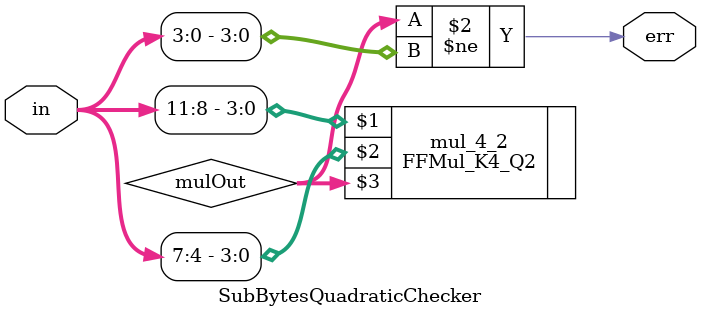
<source format=v>

module SubBytesQuadraticPredictor(in, w);
   input      [7:0] in;
   output reg [3:0] w;
   wire [7:0]       sbOut;
   reg [3:0]        mulIn1, mulIn2;
   wire [3:0]       mulOut;
   SubBytes sb(in, sbOut);
   FFMul_K4_Q2 mul_4_2(mulIn1, mulIn2, mulOut);
   always @ (sbOut) begin
      mulIn1 <= sbOut[7:4];
      mulIn2 <= sbOut[3:0];
   end
   always @ (mulOut) begin
      w <= mulOut;
   end
endmodule // SubBytesQuadraticPredictor


module SubBytesQuadraticChecker(in, err);
   input [11:0] in;
   output reg   err;
   wire [3:0]   mulOut;
   FFMul_K4_Q2 mul_4_2(in[11:8], in[7:4], mulOut);
   always @ (mulOut) begin
      err <= mulOut != in[3:0];
   end
endmodule // SubBytesQuadraticChecker

</source>
